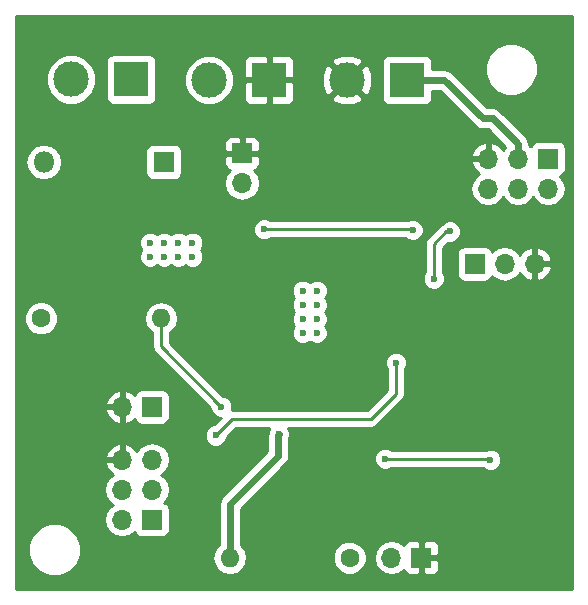
<source format=gbl>
%TF.GenerationSoftware,KiCad,Pcbnew,4.0.6*%
%TF.CreationDate,2017-06-22T12:26:56+02:00*%
%TF.ProjectId,esp8266_irrigation_system,657370383236365F6972726967617469,rev?*%
%TF.FileFunction,Copper,L2,Bot,Signal*%
%FSLAX46Y46*%
G04 Gerber Fmt 4.6, Leading zero omitted, Abs format (unit mm)*
G04 Created by KiCad (PCBNEW 4.0.6) date Thu Jun 22 12:26:56 2017*
%MOMM*%
%LPD*%
G01*
G04 APERTURE LIST*
%ADD10C,0.100000*%
%ADD11C,0.600000*%
%ADD12C,1.600000*%
%ADD13O,1.600000X1.600000*%
%ADD14R,1.800000X1.800000*%
%ADD15O,1.800000X1.800000*%
%ADD16R,3.000000X3.000000*%
%ADD17C,3.000000*%
%ADD18R,1.700000X1.700000*%
%ADD19O,1.700000X1.700000*%
%ADD20C,0.600000*%
%ADD21C,0.250000*%
%ADD22C,1.500000*%
%ADD23C,0.254000*%
G04 APERTURE END LIST*
D10*
D11*
X130549200Y-77603200D03*
X129349200Y-77603200D03*
X128149200Y-77603200D03*
X126949200Y-77603200D03*
X130549200Y-76403200D03*
X129349200Y-76403200D03*
X128149200Y-76403200D03*
X141077800Y-84067200D03*
X139877800Y-84067200D03*
X141077800Y-82867200D03*
X139877800Y-82867200D03*
X141077800Y-81667200D03*
X139877800Y-81667200D03*
X141077800Y-80467200D03*
X161556400Y-103726800D03*
X160356400Y-103726800D03*
X159156400Y-103726800D03*
X161556400Y-102526800D03*
X160356400Y-102526800D03*
X159156400Y-102526800D03*
X161556400Y-101326800D03*
X160356400Y-101326800D03*
X159156400Y-101326800D03*
X161556400Y-100126800D03*
X160356400Y-100126800D03*
D12*
X143865600Y-103098600D03*
D13*
X133705600Y-103098600D03*
D14*
X128117600Y-69570600D03*
D15*
X117957600Y-69570600D03*
D16*
X125349000Y-62585600D03*
D17*
X120269000Y-62585600D03*
D16*
X137033000Y-62636400D03*
D17*
X131953000Y-62636400D03*
D18*
X160655000Y-69291200D03*
D19*
X160655000Y-71831200D03*
X158115000Y-69291200D03*
X158115000Y-71831200D03*
X155575000Y-69291200D03*
X155575000Y-71831200D03*
D18*
X154432000Y-78206600D03*
D19*
X156972000Y-78206600D03*
X159512000Y-78206600D03*
D18*
X127127000Y-90322400D03*
D19*
X124587000Y-90322400D03*
D18*
X149936200Y-103073200D03*
D19*
X147396200Y-103073200D03*
D18*
X134747000Y-68834000D03*
D19*
X134747000Y-71374000D03*
D16*
X148717000Y-62636400D03*
D17*
X143637000Y-62636400D03*
D18*
X127127000Y-99872800D03*
D19*
X124587000Y-99872800D03*
X127127000Y-97332800D03*
X124587000Y-97332800D03*
X127127000Y-94792800D03*
X124587000Y-94792800D03*
D12*
X117729000Y-82804000D03*
D13*
X127889000Y-82804000D03*
D11*
X159156400Y-100126800D03*
X139877800Y-80467200D03*
X126949200Y-76403200D03*
X155778200Y-94792800D03*
X146862800Y-94691200D03*
X149199600Y-75336400D03*
X136601200Y-75285600D03*
X152349200Y-75463400D03*
X150977600Y-79451200D03*
X132994400Y-90297000D03*
X137845800Y-92633800D03*
X147777200Y-86563200D03*
X132511800Y-92735400D03*
D20*
X158115000Y-69291200D02*
X158115000Y-68046600D01*
X151866600Y-62636400D02*
X148717000Y-62636400D01*
X155117800Y-65887600D02*
X151866600Y-62636400D01*
X155956000Y-65887600D02*
X155117800Y-65887600D01*
X158115000Y-68046600D02*
X155956000Y-65887600D01*
D21*
X146862800Y-94691200D02*
X155676600Y-94691200D01*
X155676600Y-94691200D02*
X155778200Y-94792800D01*
D22*
X131902200Y-62585600D02*
X131953000Y-62636400D01*
D21*
X136601200Y-75285600D02*
X149148800Y-75285600D01*
X149148800Y-75285600D02*
X149199600Y-75336400D01*
X150977600Y-76530200D02*
X152044400Y-75463400D01*
X152044400Y-75463400D02*
X152349200Y-75463400D01*
X150977600Y-79451200D02*
X150977600Y-76530200D01*
X132994400Y-90297000D02*
X127889000Y-85191600D01*
X127889000Y-85191600D02*
X127889000Y-82804000D01*
D20*
X137820400Y-94437200D02*
X137820400Y-92659200D01*
X137820400Y-92659200D02*
X137845800Y-92633800D01*
X133705600Y-98552000D02*
X137820400Y-94437200D01*
X133705600Y-103098600D02*
X133705600Y-98552000D01*
D21*
X145669000Y-91338400D02*
X147777200Y-89230200D01*
X147777200Y-89230200D02*
X147777200Y-86563200D01*
X133908800Y-91338400D02*
X145669000Y-91338400D01*
X132511800Y-92735400D02*
X133908800Y-91338400D01*
D23*
G36*
X162713600Y-105741400D02*
X115568800Y-105741400D01*
X115568800Y-102855419D01*
X116636613Y-102855419D01*
X116976155Y-103677172D01*
X117604321Y-104306436D01*
X118425481Y-104647411D01*
X119314619Y-104648187D01*
X120136372Y-104308645D01*
X120765636Y-103680479D01*
X121106611Y-102859319D01*
X121107387Y-101970181D01*
X120767845Y-101148428D01*
X120139679Y-100519164D01*
X119318519Y-100178189D01*
X118429381Y-100177413D01*
X117607628Y-100516955D01*
X116978364Y-101145121D01*
X116637389Y-101966281D01*
X116636613Y-102855419D01*
X115568800Y-102855419D01*
X115568800Y-97332800D01*
X123072907Y-97332800D01*
X123185946Y-97901085D01*
X123507853Y-98382854D01*
X123837026Y-98602800D01*
X123507853Y-98822746D01*
X123185946Y-99304515D01*
X123072907Y-99872800D01*
X123185946Y-100441085D01*
X123507853Y-100922854D01*
X123989622Y-101244761D01*
X124557907Y-101357800D01*
X124616093Y-101357800D01*
X125184378Y-101244761D01*
X125666147Y-100922854D01*
X125666971Y-100921621D01*
X125673838Y-100958117D01*
X125812910Y-101174241D01*
X126025110Y-101319231D01*
X126277000Y-101370240D01*
X127977000Y-101370240D01*
X128212317Y-101325962D01*
X128428441Y-101186890D01*
X128573431Y-100974690D01*
X128624440Y-100722800D01*
X128624440Y-99022800D01*
X128580162Y-98787483D01*
X128441090Y-98571359D01*
X128228890Y-98426369D01*
X128161459Y-98412714D01*
X128206147Y-98382854D01*
X128528054Y-97901085D01*
X128641093Y-97332800D01*
X128528054Y-96764515D01*
X128206147Y-96282746D01*
X127876974Y-96062800D01*
X128206147Y-95842854D01*
X128528054Y-95361085D01*
X128641093Y-94792800D01*
X128528054Y-94224515D01*
X128206147Y-93742746D01*
X127724378Y-93420839D01*
X127156093Y-93307800D01*
X127097907Y-93307800D01*
X126529622Y-93420839D01*
X126047853Y-93742746D01*
X125858655Y-94025901D01*
X125858645Y-94025876D01*
X125468358Y-93597617D01*
X124943892Y-93351314D01*
X124714000Y-93471981D01*
X124714000Y-94665800D01*
X124734000Y-94665800D01*
X124734000Y-94919800D01*
X124714000Y-94919800D01*
X124714000Y-94939800D01*
X124460000Y-94939800D01*
X124460000Y-94919800D01*
X123266845Y-94919800D01*
X123145524Y-95149690D01*
X123315355Y-95559724D01*
X123705642Y-95987983D01*
X123848553Y-96055098D01*
X123507853Y-96282746D01*
X123185946Y-96764515D01*
X123072907Y-97332800D01*
X115568800Y-97332800D01*
X115568800Y-94435910D01*
X123145524Y-94435910D01*
X123266845Y-94665800D01*
X124460000Y-94665800D01*
X124460000Y-93471981D01*
X124230108Y-93351314D01*
X123705642Y-93597617D01*
X123315355Y-94025876D01*
X123145524Y-94435910D01*
X115568800Y-94435910D01*
X115568800Y-90679292D01*
X123145514Y-90679292D01*
X123391817Y-91203758D01*
X123820076Y-91594045D01*
X124230110Y-91763876D01*
X124460000Y-91642555D01*
X124460000Y-90449400D01*
X123266181Y-90449400D01*
X123145514Y-90679292D01*
X115568800Y-90679292D01*
X115568800Y-89965508D01*
X123145514Y-89965508D01*
X123266181Y-90195400D01*
X124460000Y-90195400D01*
X124460000Y-89002245D01*
X124714000Y-89002245D01*
X124714000Y-90195400D01*
X124734000Y-90195400D01*
X124734000Y-90449400D01*
X124714000Y-90449400D01*
X124714000Y-91642555D01*
X124943890Y-91763876D01*
X125353924Y-91594045D01*
X125656937Y-91317899D01*
X125673838Y-91407717D01*
X125812910Y-91623841D01*
X126025110Y-91768831D01*
X126277000Y-91819840D01*
X127977000Y-91819840D01*
X128212317Y-91775562D01*
X128428441Y-91636490D01*
X128573431Y-91424290D01*
X128624440Y-91172400D01*
X128624440Y-89472400D01*
X128580162Y-89237083D01*
X128441090Y-89020959D01*
X128228890Y-88875969D01*
X127977000Y-88824960D01*
X126277000Y-88824960D01*
X126041683Y-88869238D01*
X125825559Y-89008310D01*
X125680569Y-89220510D01*
X125658699Y-89328507D01*
X125353924Y-89050755D01*
X124943890Y-88880924D01*
X124714000Y-89002245D01*
X124460000Y-89002245D01*
X124230110Y-88880924D01*
X123820076Y-89050755D01*
X123391817Y-89441042D01*
X123145514Y-89965508D01*
X115568800Y-89965508D01*
X115568800Y-83088187D01*
X116293752Y-83088187D01*
X116511757Y-83615800D01*
X116915077Y-84019824D01*
X117442309Y-84238750D01*
X118013187Y-84239248D01*
X118540800Y-84021243D01*
X118944824Y-83617923D01*
X119163750Y-83090691D01*
X119164000Y-82804000D01*
X126425887Y-82804000D01*
X126535120Y-83353151D01*
X126846189Y-83818698D01*
X127129000Y-84007667D01*
X127129000Y-85191600D01*
X127186852Y-85482439D01*
X127351599Y-85729001D01*
X132059278Y-90436680D01*
X132059238Y-90482167D01*
X132201283Y-90825943D01*
X132464073Y-91089192D01*
X132807601Y-91231838D01*
X132940444Y-91231954D01*
X132372120Y-91800278D01*
X132326633Y-91800238D01*
X131982857Y-91942283D01*
X131719608Y-92205073D01*
X131576962Y-92548601D01*
X131576638Y-92920567D01*
X131718683Y-93264343D01*
X131981473Y-93527592D01*
X132325001Y-93670238D01*
X132696967Y-93670562D01*
X133040743Y-93528517D01*
X133303992Y-93265727D01*
X133446638Y-92922199D01*
X133446679Y-92875323D01*
X134223602Y-92098400D01*
X137058690Y-92098400D01*
X137053608Y-92103473D01*
X136995807Y-92242674D01*
X136956573Y-92301391D01*
X136942917Y-92370046D01*
X136910962Y-92447001D01*
X136910889Y-92531060D01*
X136885400Y-92659200D01*
X136885400Y-94049910D01*
X133044455Y-97890855D01*
X132841773Y-98194191D01*
X132770600Y-98552000D01*
X132770600Y-102011865D01*
X132662789Y-102083902D01*
X132351720Y-102549449D01*
X132242487Y-103098600D01*
X132351720Y-103647751D01*
X132662789Y-104113298D01*
X133128336Y-104424367D01*
X133677487Y-104533600D01*
X133733713Y-104533600D01*
X134282864Y-104424367D01*
X134748411Y-104113298D01*
X135059480Y-103647751D01*
X135112184Y-103382787D01*
X142430352Y-103382787D01*
X142648357Y-103910400D01*
X143051677Y-104314424D01*
X143578909Y-104533350D01*
X144149787Y-104533848D01*
X144677400Y-104315843D01*
X145081424Y-103912523D01*
X145300350Y-103385291D01*
X145300647Y-103044107D01*
X145911200Y-103044107D01*
X145911200Y-103102293D01*
X146024239Y-103670578D01*
X146346146Y-104152347D01*
X146827915Y-104474254D01*
X147396200Y-104587293D01*
X147964485Y-104474254D01*
X148446254Y-104152347D01*
X148475603Y-104108423D01*
X148547873Y-104282898D01*
X148726501Y-104461527D01*
X148959890Y-104558200D01*
X149650450Y-104558200D01*
X149809200Y-104399450D01*
X149809200Y-103200200D01*
X150063200Y-103200200D01*
X150063200Y-104399450D01*
X150221950Y-104558200D01*
X150912510Y-104558200D01*
X151145899Y-104461527D01*
X151324527Y-104282898D01*
X151421200Y-104049509D01*
X151421200Y-103358950D01*
X151262450Y-103200200D01*
X150063200Y-103200200D01*
X149809200Y-103200200D01*
X149789200Y-103200200D01*
X149789200Y-102946200D01*
X149809200Y-102946200D01*
X149809200Y-101746950D01*
X150063200Y-101746950D01*
X150063200Y-102946200D01*
X151262450Y-102946200D01*
X151421200Y-102787450D01*
X151421200Y-102096891D01*
X151324527Y-101863502D01*
X151145899Y-101684873D01*
X150912510Y-101588200D01*
X150221950Y-101588200D01*
X150063200Y-101746950D01*
X149809200Y-101746950D01*
X149650450Y-101588200D01*
X148959890Y-101588200D01*
X148726501Y-101684873D01*
X148547873Y-101863502D01*
X148475603Y-102037977D01*
X148446254Y-101994053D01*
X147964485Y-101672146D01*
X147396200Y-101559107D01*
X146827915Y-101672146D01*
X146346146Y-101994053D01*
X146024239Y-102475822D01*
X145911200Y-103044107D01*
X145300647Y-103044107D01*
X145300848Y-102814413D01*
X145082843Y-102286800D01*
X144679523Y-101882776D01*
X144152291Y-101663850D01*
X143581413Y-101663352D01*
X143053800Y-101881357D01*
X142649776Y-102284677D01*
X142430850Y-102811909D01*
X142430352Y-103382787D01*
X135112184Y-103382787D01*
X135168713Y-103098600D01*
X135059480Y-102549449D01*
X134748411Y-102083902D01*
X134640600Y-102011865D01*
X134640600Y-98939290D01*
X138481545Y-95098345D01*
X138629865Y-94876367D01*
X145927638Y-94876367D01*
X146069683Y-95220143D01*
X146332473Y-95483392D01*
X146676001Y-95626038D01*
X147047967Y-95626362D01*
X147391743Y-95484317D01*
X147424918Y-95451200D01*
X155114314Y-95451200D01*
X155247873Y-95584992D01*
X155591401Y-95727638D01*
X155963367Y-95727962D01*
X156307143Y-95585917D01*
X156570392Y-95323127D01*
X156713038Y-94979599D01*
X156713362Y-94607633D01*
X156571317Y-94263857D01*
X156308527Y-94000608D01*
X155964999Y-93857962D01*
X155593033Y-93857638D01*
X155414999Y-93931200D01*
X147425263Y-93931200D01*
X147393127Y-93899008D01*
X147049599Y-93756362D01*
X146677633Y-93756038D01*
X146333857Y-93898083D01*
X146070608Y-94160873D01*
X145927962Y-94504401D01*
X145927638Y-94876367D01*
X138629865Y-94876367D01*
X138684227Y-94795009D01*
X138755400Y-94437200D01*
X138755400Y-92881379D01*
X138780638Y-92820599D01*
X138780962Y-92448633D01*
X138638917Y-92104857D01*
X138632471Y-92098400D01*
X145669000Y-92098400D01*
X145959839Y-92040548D01*
X146206401Y-91875801D01*
X148314601Y-89767601D01*
X148479348Y-89521039D01*
X148537200Y-89230200D01*
X148537200Y-87125663D01*
X148569392Y-87093527D01*
X148712038Y-86749999D01*
X148712362Y-86378033D01*
X148570317Y-86034257D01*
X148307527Y-85771008D01*
X147963999Y-85628362D01*
X147592033Y-85628038D01*
X147248257Y-85770083D01*
X146985008Y-86032873D01*
X146842362Y-86376401D01*
X146842038Y-86748367D01*
X146984083Y-87092143D01*
X147017200Y-87125318D01*
X147017200Y-88915398D01*
X145354198Y-90578400D01*
X133908800Y-90578400D01*
X133888259Y-90582486D01*
X133929238Y-90483799D01*
X133929562Y-90111833D01*
X133787517Y-89768057D01*
X133524727Y-89504808D01*
X133181199Y-89362162D01*
X133134323Y-89362121D01*
X128649000Y-84876798D01*
X128649000Y-84007667D01*
X128931811Y-83818698D01*
X129242880Y-83353151D01*
X129352113Y-82804000D01*
X129242880Y-82254849D01*
X128931811Y-81789302D01*
X128466264Y-81478233D01*
X127917113Y-81369000D01*
X127860887Y-81369000D01*
X127311736Y-81478233D01*
X126846189Y-81789302D01*
X126535120Y-82254849D01*
X126425887Y-82804000D01*
X119164000Y-82804000D01*
X119164248Y-82519813D01*
X118946243Y-81992200D01*
X118542923Y-81588176D01*
X118015691Y-81369250D01*
X117444813Y-81368752D01*
X116917200Y-81586757D01*
X116513176Y-81990077D01*
X116294250Y-82517309D01*
X116293752Y-83088187D01*
X115568800Y-83088187D01*
X115568800Y-80652367D01*
X138942638Y-80652367D01*
X139084683Y-80996143D01*
X139155510Y-81067093D01*
X139085608Y-81136873D01*
X138942962Y-81480401D01*
X138942638Y-81852367D01*
X139084683Y-82196143D01*
X139155510Y-82267093D01*
X139085608Y-82336873D01*
X138942962Y-82680401D01*
X138942638Y-83052367D01*
X139084683Y-83396143D01*
X139155510Y-83467093D01*
X139085608Y-83536873D01*
X138942962Y-83880401D01*
X138942638Y-84252367D01*
X139084683Y-84596143D01*
X139347473Y-84859392D01*
X139691001Y-85002038D01*
X140062967Y-85002362D01*
X140406743Y-84860317D01*
X140477693Y-84789490D01*
X140547473Y-84859392D01*
X140891001Y-85002038D01*
X141262967Y-85002362D01*
X141606743Y-84860317D01*
X141869992Y-84597527D01*
X142012638Y-84253999D01*
X142012962Y-83882033D01*
X141870917Y-83538257D01*
X141800090Y-83467307D01*
X141869992Y-83397527D01*
X142012638Y-83053999D01*
X142012962Y-82682033D01*
X141870917Y-82338257D01*
X141800090Y-82267307D01*
X141869992Y-82197527D01*
X142012638Y-81853999D01*
X142012962Y-81482033D01*
X141870917Y-81138257D01*
X141800090Y-81067307D01*
X141869992Y-80997527D01*
X142012638Y-80653999D01*
X142012962Y-80282033D01*
X141870917Y-79938257D01*
X141608127Y-79675008D01*
X141515070Y-79636367D01*
X150042438Y-79636367D01*
X150184483Y-79980143D01*
X150447273Y-80243392D01*
X150790801Y-80386038D01*
X151162767Y-80386362D01*
X151506543Y-80244317D01*
X151769792Y-79981527D01*
X151912438Y-79637999D01*
X151912762Y-79266033D01*
X151770717Y-78922257D01*
X151737600Y-78889082D01*
X151737600Y-77356600D01*
X152934560Y-77356600D01*
X152934560Y-79056600D01*
X152978838Y-79291917D01*
X153117910Y-79508041D01*
X153330110Y-79653031D01*
X153582000Y-79704040D01*
X155282000Y-79704040D01*
X155517317Y-79659762D01*
X155733441Y-79520690D01*
X155878431Y-79308490D01*
X155892086Y-79241059D01*
X155921946Y-79285747D01*
X156403715Y-79607654D01*
X156972000Y-79720693D01*
X157540285Y-79607654D01*
X158022054Y-79285747D01*
X158249702Y-78945047D01*
X158316817Y-79087958D01*
X158745076Y-79478245D01*
X159155110Y-79648076D01*
X159385000Y-79526755D01*
X159385000Y-78333600D01*
X159639000Y-78333600D01*
X159639000Y-79526755D01*
X159868890Y-79648076D01*
X160278924Y-79478245D01*
X160707183Y-79087958D01*
X160953486Y-78563492D01*
X160832819Y-78333600D01*
X159639000Y-78333600D01*
X159385000Y-78333600D01*
X159365000Y-78333600D01*
X159365000Y-78079600D01*
X159385000Y-78079600D01*
X159385000Y-76886445D01*
X159639000Y-76886445D01*
X159639000Y-78079600D01*
X160832819Y-78079600D01*
X160953486Y-77849708D01*
X160707183Y-77325242D01*
X160278924Y-76934955D01*
X159868890Y-76765124D01*
X159639000Y-76886445D01*
X159385000Y-76886445D01*
X159155110Y-76765124D01*
X158745076Y-76934955D01*
X158316817Y-77325242D01*
X158249702Y-77468153D01*
X158022054Y-77127453D01*
X157540285Y-76805546D01*
X156972000Y-76692507D01*
X156403715Y-76805546D01*
X155921946Y-77127453D01*
X155894150Y-77169052D01*
X155885162Y-77121283D01*
X155746090Y-76905159D01*
X155533890Y-76760169D01*
X155282000Y-76709160D01*
X153582000Y-76709160D01*
X153346683Y-76753438D01*
X153130559Y-76892510D01*
X152985569Y-77104710D01*
X152934560Y-77356600D01*
X151737600Y-77356600D01*
X151737600Y-76845002D01*
X152184345Y-76398257D01*
X152534367Y-76398562D01*
X152878143Y-76256517D01*
X153141392Y-75993727D01*
X153284038Y-75650199D01*
X153284362Y-75278233D01*
X153142317Y-74934457D01*
X152879527Y-74671208D01*
X152535999Y-74528562D01*
X152164033Y-74528238D01*
X151820257Y-74670283D01*
X151679672Y-74810623D01*
X151506999Y-74925999D01*
X150440199Y-75992799D01*
X150275452Y-76239361D01*
X150217600Y-76530200D01*
X150217600Y-78888737D01*
X150185408Y-78920873D01*
X150042762Y-79264401D01*
X150042438Y-79636367D01*
X141515070Y-79636367D01*
X141264599Y-79532362D01*
X140892633Y-79532038D01*
X140548857Y-79674083D01*
X140477907Y-79744910D01*
X140408127Y-79675008D01*
X140064599Y-79532362D01*
X139692633Y-79532038D01*
X139348857Y-79674083D01*
X139085608Y-79936873D01*
X138942962Y-80280401D01*
X138942638Y-80652367D01*
X115568800Y-80652367D01*
X115568800Y-76588367D01*
X126014038Y-76588367D01*
X126156083Y-76932143D01*
X126226910Y-77003093D01*
X126157008Y-77072873D01*
X126014362Y-77416401D01*
X126014038Y-77788367D01*
X126156083Y-78132143D01*
X126418873Y-78395392D01*
X126762401Y-78538038D01*
X127134367Y-78538362D01*
X127478143Y-78396317D01*
X127549093Y-78325490D01*
X127618873Y-78395392D01*
X127962401Y-78538038D01*
X128334367Y-78538362D01*
X128678143Y-78396317D01*
X128749093Y-78325490D01*
X128818873Y-78395392D01*
X129162401Y-78538038D01*
X129534367Y-78538362D01*
X129878143Y-78396317D01*
X129949093Y-78325490D01*
X130018873Y-78395392D01*
X130362401Y-78538038D01*
X130734367Y-78538362D01*
X131078143Y-78396317D01*
X131341392Y-78133527D01*
X131484038Y-77789999D01*
X131484362Y-77418033D01*
X131342317Y-77074257D01*
X131271490Y-77003307D01*
X131341392Y-76933527D01*
X131484038Y-76589999D01*
X131484362Y-76218033D01*
X131342317Y-75874257D01*
X131079527Y-75611008D01*
X130741791Y-75470767D01*
X135666038Y-75470767D01*
X135808083Y-75814543D01*
X136070873Y-76077792D01*
X136414401Y-76220438D01*
X136786367Y-76220762D01*
X137130143Y-76078717D01*
X137163318Y-76045600D01*
X148586426Y-76045600D01*
X148669273Y-76128592D01*
X149012801Y-76271238D01*
X149384767Y-76271562D01*
X149728543Y-76129517D01*
X149991792Y-75866727D01*
X150134438Y-75523199D01*
X150134762Y-75151233D01*
X149992717Y-74807457D01*
X149729927Y-74544208D01*
X149386399Y-74401562D01*
X149014433Y-74401238D01*
X148713453Y-74525600D01*
X137163663Y-74525600D01*
X137131527Y-74493408D01*
X136787999Y-74350762D01*
X136416033Y-74350438D01*
X136072257Y-74492483D01*
X135809008Y-74755273D01*
X135666362Y-75098801D01*
X135666038Y-75470767D01*
X130741791Y-75470767D01*
X130735999Y-75468362D01*
X130364033Y-75468038D01*
X130020257Y-75610083D01*
X129949307Y-75680910D01*
X129879527Y-75611008D01*
X129535999Y-75468362D01*
X129164033Y-75468038D01*
X128820257Y-75610083D01*
X128749307Y-75680910D01*
X128679527Y-75611008D01*
X128335999Y-75468362D01*
X127964033Y-75468038D01*
X127620257Y-75610083D01*
X127549307Y-75680910D01*
X127479527Y-75611008D01*
X127135999Y-75468362D01*
X126764033Y-75468038D01*
X126420257Y-75610083D01*
X126157008Y-75872873D01*
X126014362Y-76216401D01*
X126014038Y-76588367D01*
X115568800Y-76588367D01*
X115568800Y-71374000D01*
X133232907Y-71374000D01*
X133345946Y-71942285D01*
X133667853Y-72424054D01*
X134149622Y-72745961D01*
X134717907Y-72859000D01*
X134776093Y-72859000D01*
X135344378Y-72745961D01*
X135826147Y-72424054D01*
X136148054Y-71942285D01*
X136261093Y-71374000D01*
X136148054Y-70805715D01*
X135826147Y-70323946D01*
X135782223Y-70294597D01*
X135956698Y-70222327D01*
X136135327Y-70043699D01*
X136232000Y-69810310D01*
X136232000Y-69119750D01*
X136073250Y-68961000D01*
X134874000Y-68961000D01*
X134874000Y-68981000D01*
X134620000Y-68981000D01*
X134620000Y-68961000D01*
X133420750Y-68961000D01*
X133262000Y-69119750D01*
X133262000Y-69810310D01*
X133358673Y-70043699D01*
X133537302Y-70222327D01*
X133711777Y-70294597D01*
X133667853Y-70323946D01*
X133345946Y-70805715D01*
X133232907Y-71374000D01*
X115568800Y-71374000D01*
X115568800Y-69570600D01*
X116392528Y-69570600D01*
X116509373Y-70158019D01*
X116842119Y-70656009D01*
X117340109Y-70988755D01*
X117927528Y-71105600D01*
X117987672Y-71105600D01*
X118575091Y-70988755D01*
X119073081Y-70656009D01*
X119405827Y-70158019D01*
X119522672Y-69570600D01*
X119405827Y-68983181D01*
X119196968Y-68670600D01*
X126570160Y-68670600D01*
X126570160Y-70470600D01*
X126614438Y-70705917D01*
X126753510Y-70922041D01*
X126965710Y-71067031D01*
X127217600Y-71118040D01*
X129017600Y-71118040D01*
X129252917Y-71073762D01*
X129469041Y-70934690D01*
X129614031Y-70722490D01*
X129665040Y-70470600D01*
X129665040Y-68934308D01*
X154133514Y-68934308D01*
X154254181Y-69164200D01*
X155448000Y-69164200D01*
X155448000Y-67971045D01*
X155218110Y-67849724D01*
X154808076Y-68019555D01*
X154379817Y-68409842D01*
X154133514Y-68934308D01*
X129665040Y-68934308D01*
X129665040Y-68670600D01*
X129620762Y-68435283D01*
X129481690Y-68219159D01*
X129269490Y-68074169D01*
X129017600Y-68023160D01*
X127217600Y-68023160D01*
X126982283Y-68067438D01*
X126766159Y-68206510D01*
X126621169Y-68418710D01*
X126570160Y-68670600D01*
X119196968Y-68670600D01*
X119073081Y-68485191D01*
X118575091Y-68152445D01*
X117987672Y-68035600D01*
X117927528Y-68035600D01*
X117340109Y-68152445D01*
X116842119Y-68485191D01*
X116509373Y-68983181D01*
X116392528Y-69570600D01*
X115568800Y-69570600D01*
X115568800Y-67857690D01*
X133262000Y-67857690D01*
X133262000Y-68548250D01*
X133420750Y-68707000D01*
X134620000Y-68707000D01*
X134620000Y-67507750D01*
X134874000Y-67507750D01*
X134874000Y-68707000D01*
X136073250Y-68707000D01*
X136232000Y-68548250D01*
X136232000Y-67857690D01*
X136135327Y-67624301D01*
X135956698Y-67445673D01*
X135723309Y-67349000D01*
X135032750Y-67349000D01*
X134874000Y-67507750D01*
X134620000Y-67507750D01*
X134461250Y-67349000D01*
X133770691Y-67349000D01*
X133537302Y-67445673D01*
X133358673Y-67624301D01*
X133262000Y-67857690D01*
X115568800Y-67857690D01*
X115568800Y-63008415D01*
X118133630Y-63008415D01*
X118457980Y-63793400D01*
X119058041Y-64394509D01*
X119842459Y-64720228D01*
X120691815Y-64720970D01*
X121476800Y-64396620D01*
X122077909Y-63796559D01*
X122403628Y-63012141D01*
X122404370Y-62162785D01*
X122080020Y-61377800D01*
X121788330Y-61085600D01*
X123201560Y-61085600D01*
X123201560Y-64085600D01*
X123245838Y-64320917D01*
X123384910Y-64537041D01*
X123597110Y-64682031D01*
X123849000Y-64733040D01*
X126849000Y-64733040D01*
X127084317Y-64688762D01*
X127300441Y-64549690D01*
X127445431Y-64337490D01*
X127496440Y-64085600D01*
X127496440Y-63059215D01*
X129817630Y-63059215D01*
X130141980Y-63844200D01*
X130742041Y-64445309D01*
X131526459Y-64771028D01*
X132375815Y-64771770D01*
X133160800Y-64447420D01*
X133761909Y-63847359D01*
X134087628Y-63062941D01*
X134087750Y-62922150D01*
X134898000Y-62922150D01*
X134898000Y-64262710D01*
X134994673Y-64496099D01*
X135173302Y-64674727D01*
X135406691Y-64771400D01*
X136747250Y-64771400D01*
X136906000Y-64612650D01*
X136906000Y-62763400D01*
X137160000Y-62763400D01*
X137160000Y-64612650D01*
X137318750Y-64771400D01*
X138659309Y-64771400D01*
X138892698Y-64674727D01*
X139071327Y-64496099D01*
X139168000Y-64262710D01*
X139168000Y-64150370D01*
X142302635Y-64150370D01*
X142462418Y-64469139D01*
X143253187Y-64779123D01*
X144102387Y-64762897D01*
X144811582Y-64469139D01*
X144971365Y-64150370D01*
X143637000Y-62816005D01*
X142302635Y-64150370D01*
X139168000Y-64150370D01*
X139168000Y-62922150D01*
X139009250Y-62763400D01*
X137160000Y-62763400D01*
X136906000Y-62763400D01*
X135056750Y-62763400D01*
X134898000Y-62922150D01*
X134087750Y-62922150D01*
X134088370Y-62213585D01*
X133764020Y-61428600D01*
X133346240Y-61010090D01*
X134898000Y-61010090D01*
X134898000Y-62350650D01*
X135056750Y-62509400D01*
X136906000Y-62509400D01*
X136906000Y-60660150D01*
X137160000Y-60660150D01*
X137160000Y-62509400D01*
X139009250Y-62509400D01*
X139168000Y-62350650D01*
X139168000Y-62252587D01*
X141494277Y-62252587D01*
X141510503Y-63101787D01*
X141804261Y-63810982D01*
X142123030Y-63970765D01*
X143457395Y-62636400D01*
X143816605Y-62636400D01*
X145150970Y-63970765D01*
X145469739Y-63810982D01*
X145779723Y-63020213D01*
X145763497Y-62171013D01*
X145469739Y-61461818D01*
X145150970Y-61302035D01*
X143816605Y-62636400D01*
X143457395Y-62636400D01*
X142123030Y-61302035D01*
X141804261Y-61461818D01*
X141494277Y-62252587D01*
X139168000Y-62252587D01*
X139168000Y-61122430D01*
X142302635Y-61122430D01*
X143637000Y-62456795D01*
X144957395Y-61136400D01*
X146569560Y-61136400D01*
X146569560Y-64136400D01*
X146613838Y-64371717D01*
X146752910Y-64587841D01*
X146965110Y-64732831D01*
X147217000Y-64783840D01*
X150217000Y-64783840D01*
X150452317Y-64739562D01*
X150668441Y-64600490D01*
X150813431Y-64388290D01*
X150864440Y-64136400D01*
X150864440Y-63571400D01*
X151479310Y-63571400D01*
X154456655Y-66548745D01*
X154759991Y-66751427D01*
X155117800Y-66822600D01*
X155568710Y-66822600D01*
X157022175Y-68276065D01*
X156837298Y-68552753D01*
X156770183Y-68409842D01*
X156341924Y-68019555D01*
X155931890Y-67849724D01*
X155702000Y-67971045D01*
X155702000Y-69164200D01*
X155722000Y-69164200D01*
X155722000Y-69418200D01*
X155702000Y-69418200D01*
X155702000Y-69438200D01*
X155448000Y-69438200D01*
X155448000Y-69418200D01*
X154254181Y-69418200D01*
X154133514Y-69648092D01*
X154379817Y-70172558D01*
X154808076Y-70562845D01*
X154808101Y-70562855D01*
X154524946Y-70752053D01*
X154203039Y-71233822D01*
X154090000Y-71802107D01*
X154090000Y-71860293D01*
X154203039Y-72428578D01*
X154524946Y-72910347D01*
X155006715Y-73232254D01*
X155575000Y-73345293D01*
X156143285Y-73232254D01*
X156625054Y-72910347D01*
X156845000Y-72581174D01*
X157064946Y-72910347D01*
X157546715Y-73232254D01*
X158115000Y-73345293D01*
X158683285Y-73232254D01*
X159165054Y-72910347D01*
X159385000Y-72581174D01*
X159604946Y-72910347D01*
X160086715Y-73232254D01*
X160655000Y-73345293D01*
X161223285Y-73232254D01*
X161705054Y-72910347D01*
X162026961Y-72428578D01*
X162140000Y-71860293D01*
X162140000Y-71802107D01*
X162026961Y-71233822D01*
X161705054Y-70752053D01*
X161703821Y-70751229D01*
X161740317Y-70744362D01*
X161956441Y-70605290D01*
X162101431Y-70393090D01*
X162152440Y-70141200D01*
X162152440Y-68441200D01*
X162108162Y-68205883D01*
X161969090Y-67989759D01*
X161756890Y-67844769D01*
X161505000Y-67793760D01*
X159805000Y-67793760D01*
X159569683Y-67838038D01*
X159353559Y-67977110D01*
X159208569Y-68189310D01*
X159194914Y-68256741D01*
X159165054Y-68212053D01*
X159050000Y-68135177D01*
X159050000Y-68046600D01*
X158978827Y-67688791D01*
X158776145Y-67385455D01*
X156617145Y-65226455D01*
X156313809Y-65023773D01*
X155956000Y-64952600D01*
X155505090Y-64952600D01*
X152717109Y-62164619D01*
X155295413Y-62164619D01*
X155634955Y-62986372D01*
X156263121Y-63615636D01*
X157084281Y-63956611D01*
X157973419Y-63957387D01*
X158795172Y-63617845D01*
X159424436Y-62989679D01*
X159765411Y-62168519D01*
X159766187Y-61279381D01*
X159426645Y-60457628D01*
X158798479Y-59828364D01*
X157977319Y-59487389D01*
X157088181Y-59486613D01*
X156266428Y-59826155D01*
X155637164Y-60454321D01*
X155296189Y-61275481D01*
X155295413Y-62164619D01*
X152717109Y-62164619D01*
X152527745Y-61975255D01*
X152224409Y-61772573D01*
X151866600Y-61701400D01*
X150864440Y-61701400D01*
X150864440Y-61136400D01*
X150820162Y-60901083D01*
X150681090Y-60684959D01*
X150468890Y-60539969D01*
X150217000Y-60488960D01*
X147217000Y-60488960D01*
X146981683Y-60533238D01*
X146765559Y-60672310D01*
X146620569Y-60884510D01*
X146569560Y-61136400D01*
X144957395Y-61136400D01*
X144971365Y-61122430D01*
X144811582Y-60803661D01*
X144020813Y-60493677D01*
X143171613Y-60509903D01*
X142462418Y-60803661D01*
X142302635Y-61122430D01*
X139168000Y-61122430D01*
X139168000Y-61010090D01*
X139071327Y-60776701D01*
X138892698Y-60598073D01*
X138659309Y-60501400D01*
X137318750Y-60501400D01*
X137160000Y-60660150D01*
X136906000Y-60660150D01*
X136747250Y-60501400D01*
X135406691Y-60501400D01*
X135173302Y-60598073D01*
X134994673Y-60776701D01*
X134898000Y-61010090D01*
X133346240Y-61010090D01*
X133163959Y-60827491D01*
X132379541Y-60501772D01*
X131530185Y-60501030D01*
X130745200Y-60825380D01*
X130144091Y-61425441D01*
X129818372Y-62209859D01*
X129817630Y-63059215D01*
X127496440Y-63059215D01*
X127496440Y-61085600D01*
X127452162Y-60850283D01*
X127313090Y-60634159D01*
X127100890Y-60489169D01*
X126849000Y-60438160D01*
X123849000Y-60438160D01*
X123613683Y-60482438D01*
X123397559Y-60621510D01*
X123252569Y-60833710D01*
X123201560Y-61085600D01*
X121788330Y-61085600D01*
X121479959Y-60776691D01*
X120695541Y-60450972D01*
X119846185Y-60450230D01*
X119061200Y-60774580D01*
X118460091Y-61374641D01*
X118134372Y-62159059D01*
X118133630Y-63008415D01*
X115568800Y-63008415D01*
X115568800Y-57199600D01*
X162713600Y-57199600D01*
X162713600Y-105741400D01*
X162713600Y-105741400D01*
G37*
X162713600Y-105741400D02*
X115568800Y-105741400D01*
X115568800Y-102855419D01*
X116636613Y-102855419D01*
X116976155Y-103677172D01*
X117604321Y-104306436D01*
X118425481Y-104647411D01*
X119314619Y-104648187D01*
X120136372Y-104308645D01*
X120765636Y-103680479D01*
X121106611Y-102859319D01*
X121107387Y-101970181D01*
X120767845Y-101148428D01*
X120139679Y-100519164D01*
X119318519Y-100178189D01*
X118429381Y-100177413D01*
X117607628Y-100516955D01*
X116978364Y-101145121D01*
X116637389Y-101966281D01*
X116636613Y-102855419D01*
X115568800Y-102855419D01*
X115568800Y-97332800D01*
X123072907Y-97332800D01*
X123185946Y-97901085D01*
X123507853Y-98382854D01*
X123837026Y-98602800D01*
X123507853Y-98822746D01*
X123185946Y-99304515D01*
X123072907Y-99872800D01*
X123185946Y-100441085D01*
X123507853Y-100922854D01*
X123989622Y-101244761D01*
X124557907Y-101357800D01*
X124616093Y-101357800D01*
X125184378Y-101244761D01*
X125666147Y-100922854D01*
X125666971Y-100921621D01*
X125673838Y-100958117D01*
X125812910Y-101174241D01*
X126025110Y-101319231D01*
X126277000Y-101370240D01*
X127977000Y-101370240D01*
X128212317Y-101325962D01*
X128428441Y-101186890D01*
X128573431Y-100974690D01*
X128624440Y-100722800D01*
X128624440Y-99022800D01*
X128580162Y-98787483D01*
X128441090Y-98571359D01*
X128228890Y-98426369D01*
X128161459Y-98412714D01*
X128206147Y-98382854D01*
X128528054Y-97901085D01*
X128641093Y-97332800D01*
X128528054Y-96764515D01*
X128206147Y-96282746D01*
X127876974Y-96062800D01*
X128206147Y-95842854D01*
X128528054Y-95361085D01*
X128641093Y-94792800D01*
X128528054Y-94224515D01*
X128206147Y-93742746D01*
X127724378Y-93420839D01*
X127156093Y-93307800D01*
X127097907Y-93307800D01*
X126529622Y-93420839D01*
X126047853Y-93742746D01*
X125858655Y-94025901D01*
X125858645Y-94025876D01*
X125468358Y-93597617D01*
X124943892Y-93351314D01*
X124714000Y-93471981D01*
X124714000Y-94665800D01*
X124734000Y-94665800D01*
X124734000Y-94919800D01*
X124714000Y-94919800D01*
X124714000Y-94939800D01*
X124460000Y-94939800D01*
X124460000Y-94919800D01*
X123266845Y-94919800D01*
X123145524Y-95149690D01*
X123315355Y-95559724D01*
X123705642Y-95987983D01*
X123848553Y-96055098D01*
X123507853Y-96282746D01*
X123185946Y-96764515D01*
X123072907Y-97332800D01*
X115568800Y-97332800D01*
X115568800Y-94435910D01*
X123145524Y-94435910D01*
X123266845Y-94665800D01*
X124460000Y-94665800D01*
X124460000Y-93471981D01*
X124230108Y-93351314D01*
X123705642Y-93597617D01*
X123315355Y-94025876D01*
X123145524Y-94435910D01*
X115568800Y-94435910D01*
X115568800Y-90679292D01*
X123145514Y-90679292D01*
X123391817Y-91203758D01*
X123820076Y-91594045D01*
X124230110Y-91763876D01*
X124460000Y-91642555D01*
X124460000Y-90449400D01*
X123266181Y-90449400D01*
X123145514Y-90679292D01*
X115568800Y-90679292D01*
X115568800Y-89965508D01*
X123145514Y-89965508D01*
X123266181Y-90195400D01*
X124460000Y-90195400D01*
X124460000Y-89002245D01*
X124714000Y-89002245D01*
X124714000Y-90195400D01*
X124734000Y-90195400D01*
X124734000Y-90449400D01*
X124714000Y-90449400D01*
X124714000Y-91642555D01*
X124943890Y-91763876D01*
X125353924Y-91594045D01*
X125656937Y-91317899D01*
X125673838Y-91407717D01*
X125812910Y-91623841D01*
X126025110Y-91768831D01*
X126277000Y-91819840D01*
X127977000Y-91819840D01*
X128212317Y-91775562D01*
X128428441Y-91636490D01*
X128573431Y-91424290D01*
X128624440Y-91172400D01*
X128624440Y-89472400D01*
X128580162Y-89237083D01*
X128441090Y-89020959D01*
X128228890Y-88875969D01*
X127977000Y-88824960D01*
X126277000Y-88824960D01*
X126041683Y-88869238D01*
X125825559Y-89008310D01*
X125680569Y-89220510D01*
X125658699Y-89328507D01*
X125353924Y-89050755D01*
X124943890Y-88880924D01*
X124714000Y-89002245D01*
X124460000Y-89002245D01*
X124230110Y-88880924D01*
X123820076Y-89050755D01*
X123391817Y-89441042D01*
X123145514Y-89965508D01*
X115568800Y-89965508D01*
X115568800Y-83088187D01*
X116293752Y-83088187D01*
X116511757Y-83615800D01*
X116915077Y-84019824D01*
X117442309Y-84238750D01*
X118013187Y-84239248D01*
X118540800Y-84021243D01*
X118944824Y-83617923D01*
X119163750Y-83090691D01*
X119164000Y-82804000D01*
X126425887Y-82804000D01*
X126535120Y-83353151D01*
X126846189Y-83818698D01*
X127129000Y-84007667D01*
X127129000Y-85191600D01*
X127186852Y-85482439D01*
X127351599Y-85729001D01*
X132059278Y-90436680D01*
X132059238Y-90482167D01*
X132201283Y-90825943D01*
X132464073Y-91089192D01*
X132807601Y-91231838D01*
X132940444Y-91231954D01*
X132372120Y-91800278D01*
X132326633Y-91800238D01*
X131982857Y-91942283D01*
X131719608Y-92205073D01*
X131576962Y-92548601D01*
X131576638Y-92920567D01*
X131718683Y-93264343D01*
X131981473Y-93527592D01*
X132325001Y-93670238D01*
X132696967Y-93670562D01*
X133040743Y-93528517D01*
X133303992Y-93265727D01*
X133446638Y-92922199D01*
X133446679Y-92875323D01*
X134223602Y-92098400D01*
X137058690Y-92098400D01*
X137053608Y-92103473D01*
X136995807Y-92242674D01*
X136956573Y-92301391D01*
X136942917Y-92370046D01*
X136910962Y-92447001D01*
X136910889Y-92531060D01*
X136885400Y-92659200D01*
X136885400Y-94049910D01*
X133044455Y-97890855D01*
X132841773Y-98194191D01*
X132770600Y-98552000D01*
X132770600Y-102011865D01*
X132662789Y-102083902D01*
X132351720Y-102549449D01*
X132242487Y-103098600D01*
X132351720Y-103647751D01*
X132662789Y-104113298D01*
X133128336Y-104424367D01*
X133677487Y-104533600D01*
X133733713Y-104533600D01*
X134282864Y-104424367D01*
X134748411Y-104113298D01*
X135059480Y-103647751D01*
X135112184Y-103382787D01*
X142430352Y-103382787D01*
X142648357Y-103910400D01*
X143051677Y-104314424D01*
X143578909Y-104533350D01*
X144149787Y-104533848D01*
X144677400Y-104315843D01*
X145081424Y-103912523D01*
X145300350Y-103385291D01*
X145300647Y-103044107D01*
X145911200Y-103044107D01*
X145911200Y-103102293D01*
X146024239Y-103670578D01*
X146346146Y-104152347D01*
X146827915Y-104474254D01*
X147396200Y-104587293D01*
X147964485Y-104474254D01*
X148446254Y-104152347D01*
X148475603Y-104108423D01*
X148547873Y-104282898D01*
X148726501Y-104461527D01*
X148959890Y-104558200D01*
X149650450Y-104558200D01*
X149809200Y-104399450D01*
X149809200Y-103200200D01*
X150063200Y-103200200D01*
X150063200Y-104399450D01*
X150221950Y-104558200D01*
X150912510Y-104558200D01*
X151145899Y-104461527D01*
X151324527Y-104282898D01*
X151421200Y-104049509D01*
X151421200Y-103358950D01*
X151262450Y-103200200D01*
X150063200Y-103200200D01*
X149809200Y-103200200D01*
X149789200Y-103200200D01*
X149789200Y-102946200D01*
X149809200Y-102946200D01*
X149809200Y-101746950D01*
X150063200Y-101746950D01*
X150063200Y-102946200D01*
X151262450Y-102946200D01*
X151421200Y-102787450D01*
X151421200Y-102096891D01*
X151324527Y-101863502D01*
X151145899Y-101684873D01*
X150912510Y-101588200D01*
X150221950Y-101588200D01*
X150063200Y-101746950D01*
X149809200Y-101746950D01*
X149650450Y-101588200D01*
X148959890Y-101588200D01*
X148726501Y-101684873D01*
X148547873Y-101863502D01*
X148475603Y-102037977D01*
X148446254Y-101994053D01*
X147964485Y-101672146D01*
X147396200Y-101559107D01*
X146827915Y-101672146D01*
X146346146Y-101994053D01*
X146024239Y-102475822D01*
X145911200Y-103044107D01*
X145300647Y-103044107D01*
X145300848Y-102814413D01*
X145082843Y-102286800D01*
X144679523Y-101882776D01*
X144152291Y-101663850D01*
X143581413Y-101663352D01*
X143053800Y-101881357D01*
X142649776Y-102284677D01*
X142430850Y-102811909D01*
X142430352Y-103382787D01*
X135112184Y-103382787D01*
X135168713Y-103098600D01*
X135059480Y-102549449D01*
X134748411Y-102083902D01*
X134640600Y-102011865D01*
X134640600Y-98939290D01*
X138481545Y-95098345D01*
X138629865Y-94876367D01*
X145927638Y-94876367D01*
X146069683Y-95220143D01*
X146332473Y-95483392D01*
X146676001Y-95626038D01*
X147047967Y-95626362D01*
X147391743Y-95484317D01*
X147424918Y-95451200D01*
X155114314Y-95451200D01*
X155247873Y-95584992D01*
X155591401Y-95727638D01*
X155963367Y-95727962D01*
X156307143Y-95585917D01*
X156570392Y-95323127D01*
X156713038Y-94979599D01*
X156713362Y-94607633D01*
X156571317Y-94263857D01*
X156308527Y-94000608D01*
X155964999Y-93857962D01*
X155593033Y-93857638D01*
X155414999Y-93931200D01*
X147425263Y-93931200D01*
X147393127Y-93899008D01*
X147049599Y-93756362D01*
X146677633Y-93756038D01*
X146333857Y-93898083D01*
X146070608Y-94160873D01*
X145927962Y-94504401D01*
X145927638Y-94876367D01*
X138629865Y-94876367D01*
X138684227Y-94795009D01*
X138755400Y-94437200D01*
X138755400Y-92881379D01*
X138780638Y-92820599D01*
X138780962Y-92448633D01*
X138638917Y-92104857D01*
X138632471Y-92098400D01*
X145669000Y-92098400D01*
X145959839Y-92040548D01*
X146206401Y-91875801D01*
X148314601Y-89767601D01*
X148479348Y-89521039D01*
X148537200Y-89230200D01*
X148537200Y-87125663D01*
X148569392Y-87093527D01*
X148712038Y-86749999D01*
X148712362Y-86378033D01*
X148570317Y-86034257D01*
X148307527Y-85771008D01*
X147963999Y-85628362D01*
X147592033Y-85628038D01*
X147248257Y-85770083D01*
X146985008Y-86032873D01*
X146842362Y-86376401D01*
X146842038Y-86748367D01*
X146984083Y-87092143D01*
X147017200Y-87125318D01*
X147017200Y-88915398D01*
X145354198Y-90578400D01*
X133908800Y-90578400D01*
X133888259Y-90582486D01*
X133929238Y-90483799D01*
X133929562Y-90111833D01*
X133787517Y-89768057D01*
X133524727Y-89504808D01*
X133181199Y-89362162D01*
X133134323Y-89362121D01*
X128649000Y-84876798D01*
X128649000Y-84007667D01*
X128931811Y-83818698D01*
X129242880Y-83353151D01*
X129352113Y-82804000D01*
X129242880Y-82254849D01*
X128931811Y-81789302D01*
X128466264Y-81478233D01*
X127917113Y-81369000D01*
X127860887Y-81369000D01*
X127311736Y-81478233D01*
X126846189Y-81789302D01*
X126535120Y-82254849D01*
X126425887Y-82804000D01*
X119164000Y-82804000D01*
X119164248Y-82519813D01*
X118946243Y-81992200D01*
X118542923Y-81588176D01*
X118015691Y-81369250D01*
X117444813Y-81368752D01*
X116917200Y-81586757D01*
X116513176Y-81990077D01*
X116294250Y-82517309D01*
X116293752Y-83088187D01*
X115568800Y-83088187D01*
X115568800Y-80652367D01*
X138942638Y-80652367D01*
X139084683Y-80996143D01*
X139155510Y-81067093D01*
X139085608Y-81136873D01*
X138942962Y-81480401D01*
X138942638Y-81852367D01*
X139084683Y-82196143D01*
X139155510Y-82267093D01*
X139085608Y-82336873D01*
X138942962Y-82680401D01*
X138942638Y-83052367D01*
X139084683Y-83396143D01*
X139155510Y-83467093D01*
X139085608Y-83536873D01*
X138942962Y-83880401D01*
X138942638Y-84252367D01*
X139084683Y-84596143D01*
X139347473Y-84859392D01*
X139691001Y-85002038D01*
X140062967Y-85002362D01*
X140406743Y-84860317D01*
X140477693Y-84789490D01*
X140547473Y-84859392D01*
X140891001Y-85002038D01*
X141262967Y-85002362D01*
X141606743Y-84860317D01*
X141869992Y-84597527D01*
X142012638Y-84253999D01*
X142012962Y-83882033D01*
X141870917Y-83538257D01*
X141800090Y-83467307D01*
X141869992Y-83397527D01*
X142012638Y-83053999D01*
X142012962Y-82682033D01*
X141870917Y-82338257D01*
X141800090Y-82267307D01*
X141869992Y-82197527D01*
X142012638Y-81853999D01*
X142012962Y-81482033D01*
X141870917Y-81138257D01*
X141800090Y-81067307D01*
X141869992Y-80997527D01*
X142012638Y-80653999D01*
X142012962Y-80282033D01*
X141870917Y-79938257D01*
X141608127Y-79675008D01*
X141515070Y-79636367D01*
X150042438Y-79636367D01*
X150184483Y-79980143D01*
X150447273Y-80243392D01*
X150790801Y-80386038D01*
X151162767Y-80386362D01*
X151506543Y-80244317D01*
X151769792Y-79981527D01*
X151912438Y-79637999D01*
X151912762Y-79266033D01*
X151770717Y-78922257D01*
X151737600Y-78889082D01*
X151737600Y-77356600D01*
X152934560Y-77356600D01*
X152934560Y-79056600D01*
X152978838Y-79291917D01*
X153117910Y-79508041D01*
X153330110Y-79653031D01*
X153582000Y-79704040D01*
X155282000Y-79704040D01*
X155517317Y-79659762D01*
X155733441Y-79520690D01*
X155878431Y-79308490D01*
X155892086Y-79241059D01*
X155921946Y-79285747D01*
X156403715Y-79607654D01*
X156972000Y-79720693D01*
X157540285Y-79607654D01*
X158022054Y-79285747D01*
X158249702Y-78945047D01*
X158316817Y-79087958D01*
X158745076Y-79478245D01*
X159155110Y-79648076D01*
X159385000Y-79526755D01*
X159385000Y-78333600D01*
X159639000Y-78333600D01*
X159639000Y-79526755D01*
X159868890Y-79648076D01*
X160278924Y-79478245D01*
X160707183Y-79087958D01*
X160953486Y-78563492D01*
X160832819Y-78333600D01*
X159639000Y-78333600D01*
X159385000Y-78333600D01*
X159365000Y-78333600D01*
X159365000Y-78079600D01*
X159385000Y-78079600D01*
X159385000Y-76886445D01*
X159639000Y-76886445D01*
X159639000Y-78079600D01*
X160832819Y-78079600D01*
X160953486Y-77849708D01*
X160707183Y-77325242D01*
X160278924Y-76934955D01*
X159868890Y-76765124D01*
X159639000Y-76886445D01*
X159385000Y-76886445D01*
X159155110Y-76765124D01*
X158745076Y-76934955D01*
X158316817Y-77325242D01*
X158249702Y-77468153D01*
X158022054Y-77127453D01*
X157540285Y-76805546D01*
X156972000Y-76692507D01*
X156403715Y-76805546D01*
X155921946Y-77127453D01*
X155894150Y-77169052D01*
X155885162Y-77121283D01*
X155746090Y-76905159D01*
X155533890Y-76760169D01*
X155282000Y-76709160D01*
X153582000Y-76709160D01*
X153346683Y-76753438D01*
X153130559Y-76892510D01*
X152985569Y-77104710D01*
X152934560Y-77356600D01*
X151737600Y-77356600D01*
X151737600Y-76845002D01*
X152184345Y-76398257D01*
X152534367Y-76398562D01*
X152878143Y-76256517D01*
X153141392Y-75993727D01*
X153284038Y-75650199D01*
X153284362Y-75278233D01*
X153142317Y-74934457D01*
X152879527Y-74671208D01*
X152535999Y-74528562D01*
X152164033Y-74528238D01*
X151820257Y-74670283D01*
X151679672Y-74810623D01*
X151506999Y-74925999D01*
X150440199Y-75992799D01*
X150275452Y-76239361D01*
X150217600Y-76530200D01*
X150217600Y-78888737D01*
X150185408Y-78920873D01*
X150042762Y-79264401D01*
X150042438Y-79636367D01*
X141515070Y-79636367D01*
X141264599Y-79532362D01*
X140892633Y-79532038D01*
X140548857Y-79674083D01*
X140477907Y-79744910D01*
X140408127Y-79675008D01*
X140064599Y-79532362D01*
X139692633Y-79532038D01*
X139348857Y-79674083D01*
X139085608Y-79936873D01*
X138942962Y-80280401D01*
X138942638Y-80652367D01*
X115568800Y-80652367D01*
X115568800Y-76588367D01*
X126014038Y-76588367D01*
X126156083Y-76932143D01*
X126226910Y-77003093D01*
X126157008Y-77072873D01*
X126014362Y-77416401D01*
X126014038Y-77788367D01*
X126156083Y-78132143D01*
X126418873Y-78395392D01*
X126762401Y-78538038D01*
X127134367Y-78538362D01*
X127478143Y-78396317D01*
X127549093Y-78325490D01*
X127618873Y-78395392D01*
X127962401Y-78538038D01*
X128334367Y-78538362D01*
X128678143Y-78396317D01*
X128749093Y-78325490D01*
X128818873Y-78395392D01*
X129162401Y-78538038D01*
X129534367Y-78538362D01*
X129878143Y-78396317D01*
X129949093Y-78325490D01*
X130018873Y-78395392D01*
X130362401Y-78538038D01*
X130734367Y-78538362D01*
X131078143Y-78396317D01*
X131341392Y-78133527D01*
X131484038Y-77789999D01*
X131484362Y-77418033D01*
X131342317Y-77074257D01*
X131271490Y-77003307D01*
X131341392Y-76933527D01*
X131484038Y-76589999D01*
X131484362Y-76218033D01*
X131342317Y-75874257D01*
X131079527Y-75611008D01*
X130741791Y-75470767D01*
X135666038Y-75470767D01*
X135808083Y-75814543D01*
X136070873Y-76077792D01*
X136414401Y-76220438D01*
X136786367Y-76220762D01*
X137130143Y-76078717D01*
X137163318Y-76045600D01*
X148586426Y-76045600D01*
X148669273Y-76128592D01*
X149012801Y-76271238D01*
X149384767Y-76271562D01*
X149728543Y-76129517D01*
X149991792Y-75866727D01*
X150134438Y-75523199D01*
X150134762Y-75151233D01*
X149992717Y-74807457D01*
X149729927Y-74544208D01*
X149386399Y-74401562D01*
X149014433Y-74401238D01*
X148713453Y-74525600D01*
X137163663Y-74525600D01*
X137131527Y-74493408D01*
X136787999Y-74350762D01*
X136416033Y-74350438D01*
X136072257Y-74492483D01*
X135809008Y-74755273D01*
X135666362Y-75098801D01*
X135666038Y-75470767D01*
X130741791Y-75470767D01*
X130735999Y-75468362D01*
X130364033Y-75468038D01*
X130020257Y-75610083D01*
X129949307Y-75680910D01*
X129879527Y-75611008D01*
X129535999Y-75468362D01*
X129164033Y-75468038D01*
X128820257Y-75610083D01*
X128749307Y-75680910D01*
X128679527Y-75611008D01*
X128335999Y-75468362D01*
X127964033Y-75468038D01*
X127620257Y-75610083D01*
X127549307Y-75680910D01*
X127479527Y-75611008D01*
X127135999Y-75468362D01*
X126764033Y-75468038D01*
X126420257Y-75610083D01*
X126157008Y-75872873D01*
X126014362Y-76216401D01*
X126014038Y-76588367D01*
X115568800Y-76588367D01*
X115568800Y-71374000D01*
X133232907Y-71374000D01*
X133345946Y-71942285D01*
X133667853Y-72424054D01*
X134149622Y-72745961D01*
X134717907Y-72859000D01*
X134776093Y-72859000D01*
X135344378Y-72745961D01*
X135826147Y-72424054D01*
X136148054Y-71942285D01*
X136261093Y-71374000D01*
X136148054Y-70805715D01*
X135826147Y-70323946D01*
X135782223Y-70294597D01*
X135956698Y-70222327D01*
X136135327Y-70043699D01*
X136232000Y-69810310D01*
X136232000Y-69119750D01*
X136073250Y-68961000D01*
X134874000Y-68961000D01*
X134874000Y-68981000D01*
X134620000Y-68981000D01*
X134620000Y-68961000D01*
X133420750Y-68961000D01*
X133262000Y-69119750D01*
X133262000Y-69810310D01*
X133358673Y-70043699D01*
X133537302Y-70222327D01*
X133711777Y-70294597D01*
X133667853Y-70323946D01*
X133345946Y-70805715D01*
X133232907Y-71374000D01*
X115568800Y-71374000D01*
X115568800Y-69570600D01*
X116392528Y-69570600D01*
X116509373Y-70158019D01*
X116842119Y-70656009D01*
X117340109Y-70988755D01*
X117927528Y-71105600D01*
X117987672Y-71105600D01*
X118575091Y-70988755D01*
X119073081Y-70656009D01*
X119405827Y-70158019D01*
X119522672Y-69570600D01*
X119405827Y-68983181D01*
X119196968Y-68670600D01*
X126570160Y-68670600D01*
X126570160Y-70470600D01*
X126614438Y-70705917D01*
X126753510Y-70922041D01*
X126965710Y-71067031D01*
X127217600Y-71118040D01*
X129017600Y-71118040D01*
X129252917Y-71073762D01*
X129469041Y-70934690D01*
X129614031Y-70722490D01*
X129665040Y-70470600D01*
X129665040Y-68934308D01*
X154133514Y-68934308D01*
X154254181Y-69164200D01*
X155448000Y-69164200D01*
X155448000Y-67971045D01*
X155218110Y-67849724D01*
X154808076Y-68019555D01*
X154379817Y-68409842D01*
X154133514Y-68934308D01*
X129665040Y-68934308D01*
X129665040Y-68670600D01*
X129620762Y-68435283D01*
X129481690Y-68219159D01*
X129269490Y-68074169D01*
X129017600Y-68023160D01*
X127217600Y-68023160D01*
X126982283Y-68067438D01*
X126766159Y-68206510D01*
X126621169Y-68418710D01*
X126570160Y-68670600D01*
X119196968Y-68670600D01*
X119073081Y-68485191D01*
X118575091Y-68152445D01*
X117987672Y-68035600D01*
X117927528Y-68035600D01*
X117340109Y-68152445D01*
X116842119Y-68485191D01*
X116509373Y-68983181D01*
X116392528Y-69570600D01*
X115568800Y-69570600D01*
X115568800Y-67857690D01*
X133262000Y-67857690D01*
X133262000Y-68548250D01*
X133420750Y-68707000D01*
X134620000Y-68707000D01*
X134620000Y-67507750D01*
X134874000Y-67507750D01*
X134874000Y-68707000D01*
X136073250Y-68707000D01*
X136232000Y-68548250D01*
X136232000Y-67857690D01*
X136135327Y-67624301D01*
X135956698Y-67445673D01*
X135723309Y-67349000D01*
X135032750Y-67349000D01*
X134874000Y-67507750D01*
X134620000Y-67507750D01*
X134461250Y-67349000D01*
X133770691Y-67349000D01*
X133537302Y-67445673D01*
X133358673Y-67624301D01*
X133262000Y-67857690D01*
X115568800Y-67857690D01*
X115568800Y-63008415D01*
X118133630Y-63008415D01*
X118457980Y-63793400D01*
X119058041Y-64394509D01*
X119842459Y-64720228D01*
X120691815Y-64720970D01*
X121476800Y-64396620D01*
X122077909Y-63796559D01*
X122403628Y-63012141D01*
X122404370Y-62162785D01*
X122080020Y-61377800D01*
X121788330Y-61085600D01*
X123201560Y-61085600D01*
X123201560Y-64085600D01*
X123245838Y-64320917D01*
X123384910Y-64537041D01*
X123597110Y-64682031D01*
X123849000Y-64733040D01*
X126849000Y-64733040D01*
X127084317Y-64688762D01*
X127300441Y-64549690D01*
X127445431Y-64337490D01*
X127496440Y-64085600D01*
X127496440Y-63059215D01*
X129817630Y-63059215D01*
X130141980Y-63844200D01*
X130742041Y-64445309D01*
X131526459Y-64771028D01*
X132375815Y-64771770D01*
X133160800Y-64447420D01*
X133761909Y-63847359D01*
X134087628Y-63062941D01*
X134087750Y-62922150D01*
X134898000Y-62922150D01*
X134898000Y-64262710D01*
X134994673Y-64496099D01*
X135173302Y-64674727D01*
X135406691Y-64771400D01*
X136747250Y-64771400D01*
X136906000Y-64612650D01*
X136906000Y-62763400D01*
X137160000Y-62763400D01*
X137160000Y-64612650D01*
X137318750Y-64771400D01*
X138659309Y-64771400D01*
X138892698Y-64674727D01*
X139071327Y-64496099D01*
X139168000Y-64262710D01*
X139168000Y-64150370D01*
X142302635Y-64150370D01*
X142462418Y-64469139D01*
X143253187Y-64779123D01*
X144102387Y-64762897D01*
X144811582Y-64469139D01*
X144971365Y-64150370D01*
X143637000Y-62816005D01*
X142302635Y-64150370D01*
X139168000Y-64150370D01*
X139168000Y-62922150D01*
X139009250Y-62763400D01*
X137160000Y-62763400D01*
X136906000Y-62763400D01*
X135056750Y-62763400D01*
X134898000Y-62922150D01*
X134087750Y-62922150D01*
X134088370Y-62213585D01*
X133764020Y-61428600D01*
X133346240Y-61010090D01*
X134898000Y-61010090D01*
X134898000Y-62350650D01*
X135056750Y-62509400D01*
X136906000Y-62509400D01*
X136906000Y-60660150D01*
X137160000Y-60660150D01*
X137160000Y-62509400D01*
X139009250Y-62509400D01*
X139168000Y-62350650D01*
X139168000Y-62252587D01*
X141494277Y-62252587D01*
X141510503Y-63101787D01*
X141804261Y-63810982D01*
X142123030Y-63970765D01*
X143457395Y-62636400D01*
X143816605Y-62636400D01*
X145150970Y-63970765D01*
X145469739Y-63810982D01*
X145779723Y-63020213D01*
X145763497Y-62171013D01*
X145469739Y-61461818D01*
X145150970Y-61302035D01*
X143816605Y-62636400D01*
X143457395Y-62636400D01*
X142123030Y-61302035D01*
X141804261Y-61461818D01*
X141494277Y-62252587D01*
X139168000Y-62252587D01*
X139168000Y-61122430D01*
X142302635Y-61122430D01*
X143637000Y-62456795D01*
X144957395Y-61136400D01*
X146569560Y-61136400D01*
X146569560Y-64136400D01*
X146613838Y-64371717D01*
X146752910Y-64587841D01*
X146965110Y-64732831D01*
X147217000Y-64783840D01*
X150217000Y-64783840D01*
X150452317Y-64739562D01*
X150668441Y-64600490D01*
X150813431Y-64388290D01*
X150864440Y-64136400D01*
X150864440Y-63571400D01*
X151479310Y-63571400D01*
X154456655Y-66548745D01*
X154759991Y-66751427D01*
X155117800Y-66822600D01*
X155568710Y-66822600D01*
X157022175Y-68276065D01*
X156837298Y-68552753D01*
X156770183Y-68409842D01*
X156341924Y-68019555D01*
X155931890Y-67849724D01*
X155702000Y-67971045D01*
X155702000Y-69164200D01*
X155722000Y-69164200D01*
X155722000Y-69418200D01*
X155702000Y-69418200D01*
X155702000Y-69438200D01*
X155448000Y-69438200D01*
X155448000Y-69418200D01*
X154254181Y-69418200D01*
X154133514Y-69648092D01*
X154379817Y-70172558D01*
X154808076Y-70562845D01*
X154808101Y-70562855D01*
X154524946Y-70752053D01*
X154203039Y-71233822D01*
X154090000Y-71802107D01*
X154090000Y-71860293D01*
X154203039Y-72428578D01*
X154524946Y-72910347D01*
X155006715Y-73232254D01*
X155575000Y-73345293D01*
X156143285Y-73232254D01*
X156625054Y-72910347D01*
X156845000Y-72581174D01*
X157064946Y-72910347D01*
X157546715Y-73232254D01*
X158115000Y-73345293D01*
X158683285Y-73232254D01*
X159165054Y-72910347D01*
X159385000Y-72581174D01*
X159604946Y-72910347D01*
X160086715Y-73232254D01*
X160655000Y-73345293D01*
X161223285Y-73232254D01*
X161705054Y-72910347D01*
X162026961Y-72428578D01*
X162140000Y-71860293D01*
X162140000Y-71802107D01*
X162026961Y-71233822D01*
X161705054Y-70752053D01*
X161703821Y-70751229D01*
X161740317Y-70744362D01*
X161956441Y-70605290D01*
X162101431Y-70393090D01*
X162152440Y-70141200D01*
X162152440Y-68441200D01*
X162108162Y-68205883D01*
X161969090Y-67989759D01*
X161756890Y-67844769D01*
X161505000Y-67793760D01*
X159805000Y-67793760D01*
X159569683Y-67838038D01*
X159353559Y-67977110D01*
X159208569Y-68189310D01*
X159194914Y-68256741D01*
X159165054Y-68212053D01*
X159050000Y-68135177D01*
X159050000Y-68046600D01*
X158978827Y-67688791D01*
X158776145Y-67385455D01*
X156617145Y-65226455D01*
X156313809Y-65023773D01*
X155956000Y-64952600D01*
X155505090Y-64952600D01*
X152717109Y-62164619D01*
X155295413Y-62164619D01*
X155634955Y-62986372D01*
X156263121Y-63615636D01*
X157084281Y-63956611D01*
X157973419Y-63957387D01*
X158795172Y-63617845D01*
X159424436Y-62989679D01*
X159765411Y-62168519D01*
X159766187Y-61279381D01*
X159426645Y-60457628D01*
X158798479Y-59828364D01*
X157977319Y-59487389D01*
X157088181Y-59486613D01*
X156266428Y-59826155D01*
X155637164Y-60454321D01*
X155296189Y-61275481D01*
X155295413Y-62164619D01*
X152717109Y-62164619D01*
X152527745Y-61975255D01*
X152224409Y-61772573D01*
X151866600Y-61701400D01*
X150864440Y-61701400D01*
X150864440Y-61136400D01*
X150820162Y-60901083D01*
X150681090Y-60684959D01*
X150468890Y-60539969D01*
X150217000Y-60488960D01*
X147217000Y-60488960D01*
X146981683Y-60533238D01*
X146765559Y-60672310D01*
X146620569Y-60884510D01*
X146569560Y-61136400D01*
X144957395Y-61136400D01*
X144971365Y-61122430D01*
X144811582Y-60803661D01*
X144020813Y-60493677D01*
X143171613Y-60509903D01*
X142462418Y-60803661D01*
X142302635Y-61122430D01*
X139168000Y-61122430D01*
X139168000Y-61010090D01*
X139071327Y-60776701D01*
X138892698Y-60598073D01*
X138659309Y-60501400D01*
X137318750Y-60501400D01*
X137160000Y-60660150D01*
X136906000Y-60660150D01*
X136747250Y-60501400D01*
X135406691Y-60501400D01*
X135173302Y-60598073D01*
X134994673Y-60776701D01*
X134898000Y-61010090D01*
X133346240Y-61010090D01*
X133163959Y-60827491D01*
X132379541Y-60501772D01*
X131530185Y-60501030D01*
X130745200Y-60825380D01*
X130144091Y-61425441D01*
X129818372Y-62209859D01*
X129817630Y-63059215D01*
X127496440Y-63059215D01*
X127496440Y-61085600D01*
X127452162Y-60850283D01*
X127313090Y-60634159D01*
X127100890Y-60489169D01*
X126849000Y-60438160D01*
X123849000Y-60438160D01*
X123613683Y-60482438D01*
X123397559Y-60621510D01*
X123252569Y-60833710D01*
X123201560Y-61085600D01*
X121788330Y-61085600D01*
X121479959Y-60776691D01*
X120695541Y-60450972D01*
X119846185Y-60450230D01*
X119061200Y-60774580D01*
X118460091Y-61374641D01*
X118134372Y-62159059D01*
X118133630Y-63008415D01*
X115568800Y-63008415D01*
X115568800Y-57199600D01*
X162713600Y-57199600D01*
X162713600Y-105741400D01*
M02*

</source>
